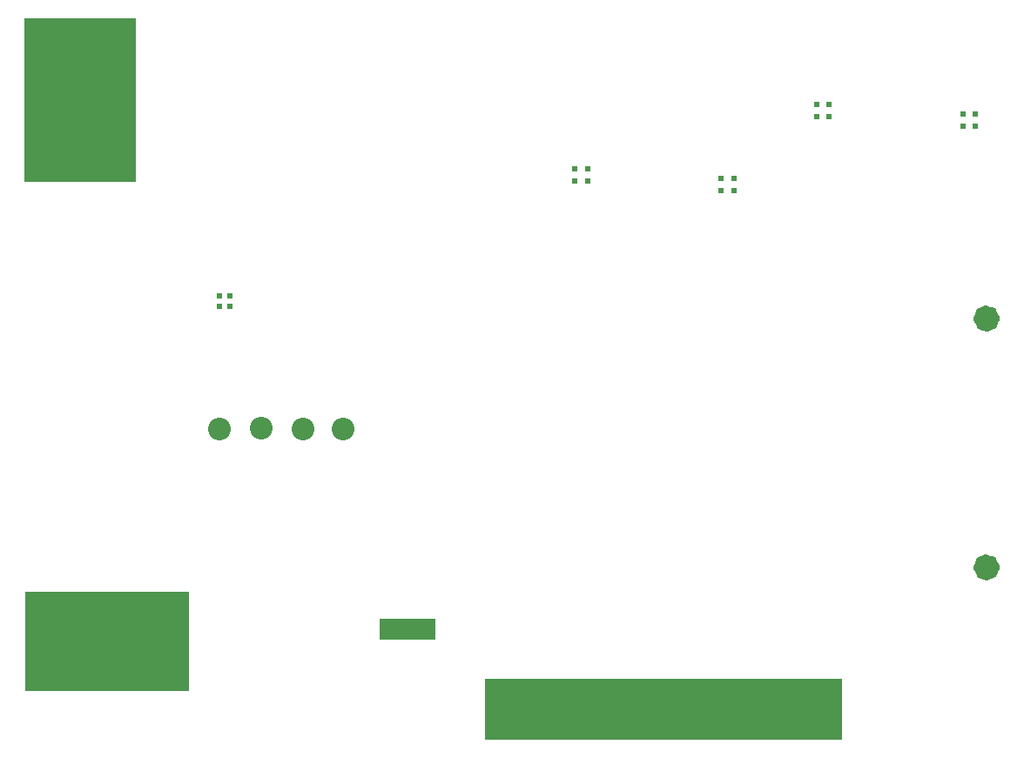
<source format=gbs>
G04*
G04 #@! TF.GenerationSoftware,Altium Limited,Altium Designer,18.1.6 (161)*
G04*
G04 Layer_Color=16711935*
%FSLAX24Y24*%
%MOIN*%
G70*
G01*
G75*
%ADD67R,0.4252X0.6299*%
%ADD68R,0.6309X0.3829*%
%ADD70R,0.2165X0.0787*%
%ADD71R,1.3701X0.2352*%
%ADD78R,0.0356X0.1734*%
%ADD79R,0.0356X0.1340*%
%ADD117C,0.2049*%
%ADD118C,0.0867*%
%ADD144C,0.0492*%
%ADD145C,0.0237*%
G54D67*
X13937Y36220D02*
D03*
G54D68*
X14966Y15497D02*
D03*
G54D70*
X26476Y15945D02*
D03*
G54D71*
X36280Y12889D02*
D03*
G54D78*
X37264Y13189D02*
D03*
X35689D02*
D03*
X31358D02*
D03*
X30571D02*
D03*
X33327D02*
D03*
X32146D02*
D03*
X31752D02*
D03*
X36083D02*
D03*
X34902D02*
D03*
X32539D02*
D03*
X33720D02*
D03*
X30965D02*
D03*
X30177D02*
D03*
X35295D02*
D03*
X36476D02*
D03*
X32933D02*
D03*
X36870D02*
D03*
X40020D02*
D03*
X38051D02*
D03*
X39232D02*
D03*
X38445D02*
D03*
X41201D02*
D03*
X42382D02*
D03*
X40807D02*
D03*
X40413D02*
D03*
X42776D02*
D03*
X37657D02*
D03*
X38839D02*
D03*
X39626D02*
D03*
X41988D02*
D03*
X41594D02*
D03*
G54D79*
X29783Y13386D02*
D03*
G54D117*
X14764Y36713D02*
D03*
X14764Y34390D02*
D03*
Y15492D02*
D03*
G54D118*
X20866Y23642D02*
D03*
X22461Y23632D02*
D03*
X19291Y23622D02*
D03*
X24016D02*
D03*
G54D144*
X48898Y27854D02*
G03*
X48898Y27854I-256J0D01*
G01*
X48898Y18327D02*
G03*
X48898Y18327I-256J0D01*
G01*
G54D145*
X19675Y28337D02*
D03*
X19282D02*
D03*
Y28730D02*
D03*
X19675D02*
D03*
X33366Y33130D02*
D03*
X47736Y35689D02*
D03*
X33366Y33602D02*
D03*
X32894Y33130D02*
D03*
Y33602D02*
D03*
X38494Y32756D02*
D03*
Y33228D02*
D03*
X38967D02*
D03*
X42136Y36063D02*
D03*
X42608D02*
D03*
X42136Y35591D02*
D03*
X42608D02*
D03*
X38967Y32756D02*
D03*
X47736Y35217D02*
D03*
X48209D02*
D03*
Y35689D02*
D03*
M02*

</source>
